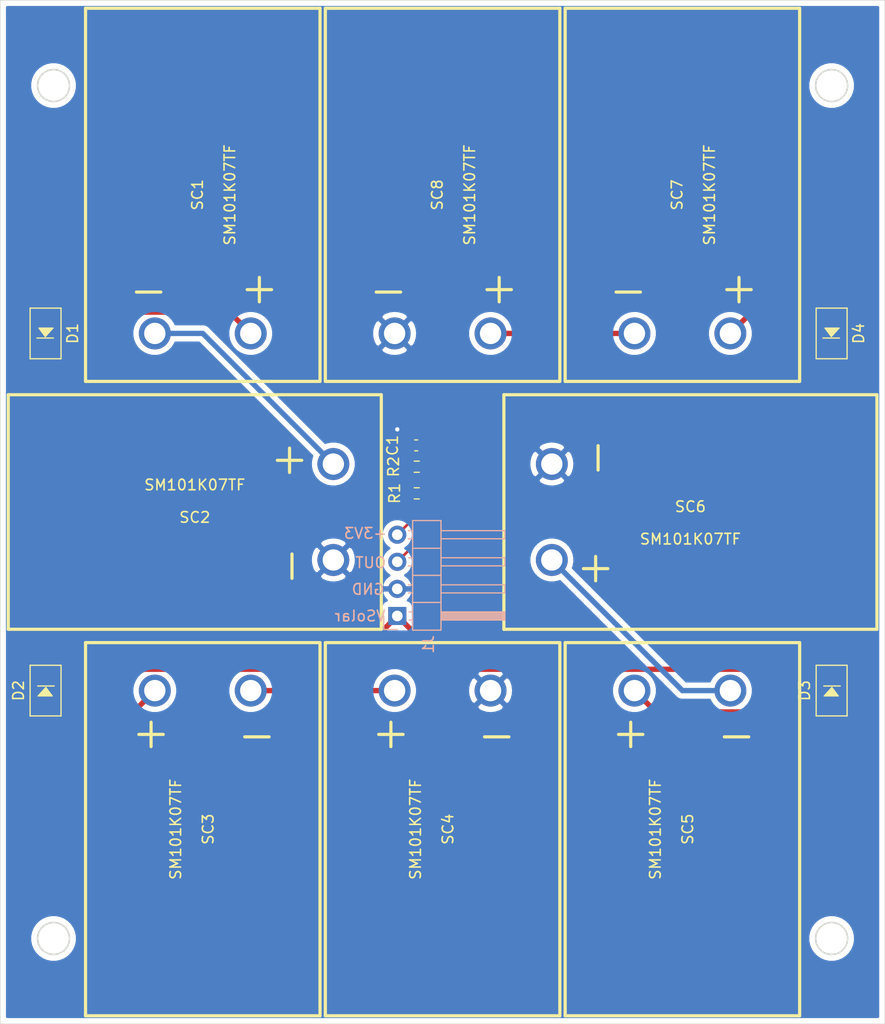
<source format=kicad_pcb>
(kicad_pcb (version 20171130) (host pcbnew "(5.1.10)-1")

  (general
    (thickness 1.6)
    (drawings 37)
    (tracks 29)
    (zones 0)
    (modules 16)
    (nets 13)
  )

  (page A4)
  (title_block
    (title "Solar Configuration for +X; V1 Stucture")
    (date 2022-03-30)
    (rev 1.0)
  )

  (layers
    (0 F.Cu signal)
    (31 B.Cu signal)
    (32 B.Adhes user)
    (33 F.Adhes user)
    (34 B.Paste user)
    (35 F.Paste user)
    (36 B.SilkS user)
    (37 F.SilkS user)
    (38 B.Mask user)
    (39 F.Mask user)
    (40 Dwgs.User user hide)
    (41 Cmts.User user)
    (42 Eco1.User user)
    (43 Eco2.User user)
    (44 Edge.Cuts user)
    (45 Margin user)
    (46 B.CrtYd user)
    (47 F.CrtYd user)
    (48 B.Fab user)
    (49 F.Fab user)
  )

  (setup
    (last_trace_width 0.25)
    (user_trace_width 0.5)
    (trace_clearance 0.2)
    (zone_clearance 0.508)
    (zone_45_only no)
    (trace_min 0.2)
    (via_size 0.8)
    (via_drill 0.4)
    (via_min_size 0.4)
    (via_min_drill 0.3)
    (uvia_size 0.3)
    (uvia_drill 0.1)
    (uvias_allowed no)
    (uvia_min_size 0.2)
    (uvia_min_drill 0.1)
    (edge_width 0.05)
    (segment_width 0.2)
    (pcb_text_width 0.3)
    (pcb_text_size 1.5 1.5)
    (mod_edge_width 0.12)
    (mod_text_size 1 1)
    (mod_text_width 0.15)
    (pad_size 1.7 1.7)
    (pad_drill 1)
    (pad_to_mask_clearance 0)
    (aux_axis_origin 0 0)
    (visible_elements 7FFFFFFF)
    (pcbplotparams
      (layerselection 0x010fc_ffffffff)
      (usegerberextensions false)
      (usegerberattributes true)
      (usegerberadvancedattributes true)
      (creategerberjobfile true)
      (excludeedgelayer true)
      (linewidth 0.100000)
      (plotframeref false)
      (viasonmask false)
      (mode 1)
      (useauxorigin false)
      (hpglpennumber 1)
      (hpglpenspeed 20)
      (hpglpendiameter 15.000000)
      (psnegative false)
      (psa4output false)
      (plotreference true)
      (plotvalue true)
      (plotinvisibletext false)
      (padsonsilk false)
      (subtractmaskfromsilk false)
      (outputformat 1)
      (mirror false)
      (drillshape 1)
      (scaleselection 1)
      (outputdirectory ""))
  )

  (net 0 "")
  (net 1 GND)
  (net 2 +3V3)
  (net 3 VSOLAR)
  (net 4 OUT)
  (net 5 "Net-(SC1-Pad2)")
  (net 6 "Net-(SC3-Pad2)")
  (net 7 "Net-(SC5-Pad2)")
  (net 8 "Net-(SC7-Pad2)")
  (net 9 "Net-(D1-Pad2)")
  (net 10 "Net-(D2-Pad2)")
  (net 11 "Net-(D3-Pad2)")
  (net 12 "Net-(D4-Pad2)")

  (net_class Default "This is the default net class."
    (clearance 0.2)
    (trace_width 0.25)
    (via_dia 0.8)
    (via_drill 0.4)
    (uvia_dia 0.3)
    (uvia_drill 0.1)
    (add_net +3V3)
    (add_net GND)
    (add_net "Net-(D1-Pad2)")
    (add_net "Net-(D2-Pad2)")
    (add_net "Net-(D3-Pad2)")
    (add_net "Net-(D4-Pad2)")
    (add_net "Net-(SC1-Pad2)")
    (add_net "Net-(SC3-Pad2)")
    (add_net "Net-(SC5-Pad2)")
    (add_net "Net-(SC7-Pad2)")
    (add_net OUT)
    (add_net VSOLAR)
  )

  (module SolarPanelBoards:SM101K07TF (layer F.Cu) (tedit 614D4B0F) (tstamp 6204A931)
    (at 131.5 69.25 270)
    (path /62087697)
    (fp_text reference SC8 (at 0 0.5 90) (layer F.SilkS)
      (effects (font (size 1 1) (thickness 0.15)))
    )
    (fp_text value SM101K07TF (at 0 -2.54 90) (layer F.SilkS)
      (effects (font (size 1 1) (thickness 0.15)))
    )
    (fp_text user - (at 8.89 5.08) (layer F.SilkS)
      (effects (font (size 3 3) (thickness 0.3)))
    )
    (fp_text user + (at 8.89 -5.08 90) (layer F.SilkS)
      (effects (font (size 3 3) (thickness 0.3)))
    )
    (fp_line (start -17.5 11) (end -17.5 -11) (layer F.SilkS) (width 0.3))
    (fp_line (start 17.5 11) (end -17.5 11) (layer F.SilkS) (width 0.3))
    (fp_line (start 17.5 -11) (end 17.5 11) (layer F.SilkS) (width 0.3))
    (fp_line (start -17.5 -11) (end 17.5 -11) (layer F.SilkS) (width 0.3))
    (pad 2 thru_hole circle (at 13 4.5 270) (size 3 3) (drill 2) (layers *.Cu *.Mask)
      (net 1 GND))
    (pad 1 thru_hole circle (at 13 -4.5 270) (size 3 3) (drill 2) (layers *.Cu *.Mask)
      (net 8 "Net-(SC7-Pad2)"))
    (model "C:/Users/grant/Downloads/SM101K07TF v3.step"
      (offset (xyz 17.5 -11 0))
      (scale (xyz 1 1 1))
      (rotate (xyz 0 0 -90))
    )
  )

  (module SolarPanelBoards:SM101K07TF (layer F.Cu) (tedit 614D4B0F) (tstamp 6244E1A5)
    (at 154 69.25 270)
    (path /6208768B)
    (fp_text reference SC7 (at 0 0.5 90) (layer F.SilkS)
      (effects (font (size 1 1) (thickness 0.15)))
    )
    (fp_text value SM101K07TF (at 0 -2.54 90) (layer F.SilkS)
      (effects (font (size 1 1) (thickness 0.15)))
    )
    (fp_text user - (at 8.89 5.08) (layer F.SilkS)
      (effects (font (size 3 3) (thickness 0.3)))
    )
    (fp_text user + (at 8.89 -5.08 90) (layer F.SilkS)
      (effects (font (size 3 3) (thickness 0.3)))
    )
    (fp_line (start -17.5 11) (end -17.5 -11) (layer F.SilkS) (width 0.3))
    (fp_line (start 17.5 11) (end -17.5 11) (layer F.SilkS) (width 0.3))
    (fp_line (start 17.5 -11) (end 17.5 11) (layer F.SilkS) (width 0.3))
    (fp_line (start -17.5 -11) (end 17.5 -11) (layer F.SilkS) (width 0.3))
    (pad 2 thru_hole circle (at 13 4.5 270) (size 3 3) (drill 2) (layers *.Cu *.Mask)
      (net 8 "Net-(SC7-Pad2)"))
    (pad 1 thru_hole circle (at 13 -4.5 270) (size 3 3) (drill 2) (layers *.Cu *.Mask)
      (net 12 "Net-(D4-Pad2)"))
    (model "C:/Users/grant/Downloads/SM101K07TF v3.step"
      (offset (xyz 17.5 -11 0))
      (scale (xyz 1 1 1))
      (rotate (xyz 0 0 -90))
    )
  )

  (module SolarPanelBoards:SM101K07TF (layer F.Cu) (tedit 614D4B0F) (tstamp 61285292)
    (at 154.75 99 180)
    (path /61455D69)
    (fp_text reference SC6 (at 0 0.5) (layer F.SilkS)
      (effects (font (size 1 1) (thickness 0.15)))
    )
    (fp_text value SM101K07TF (at 0 -2.54) (layer F.SilkS)
      (effects (font (size 1 1) (thickness 0.15)))
    )
    (fp_text user - (at 8.89 5.08 90) (layer F.SilkS)
      (effects (font (size 3 3) (thickness 0.3)))
    )
    (fp_text user + (at 8.89 -5.08) (layer F.SilkS)
      (effects (font (size 3 3) (thickness 0.3)))
    )
    (fp_line (start -17.5 11) (end -17.5 -11) (layer F.SilkS) (width 0.3))
    (fp_line (start 17.5 11) (end -17.5 11) (layer F.SilkS) (width 0.3))
    (fp_line (start 17.5 -11) (end 17.5 11) (layer F.SilkS) (width 0.3))
    (fp_line (start -17.5 -11) (end 17.5 -11) (layer F.SilkS) (width 0.3))
    (pad 2 thru_hole circle (at 13 4.5 180) (size 3 3) (drill 2) (layers *.Cu *.Mask)
      (net 1 GND))
    (pad 1 thru_hole circle (at 13 -4.5 180) (size 3 3) (drill 2) (layers *.Cu *.Mask)
      (net 7 "Net-(SC5-Pad2)"))
    (model "C:/Users/grant/Downloads/SM101K07TF v3.step"
      (offset (xyz 17.5 -11 0))
      (scale (xyz 1 1 1))
      (rotate (xyz 0 0 -90))
    )
  )

  (module SolarPanelBoards:SM101K07TF (layer F.Cu) (tedit 614D4B0F) (tstamp 61285286)
    (at 154 128.75 90)
    (path /61455D67)
    (fp_text reference SC5 (at 0 0.5 90) (layer F.SilkS)
      (effects (font (size 1 1) (thickness 0.15)))
    )
    (fp_text value SM101K07TF (at 0 -2.54 90) (layer F.SilkS)
      (effects (font (size 1 1) (thickness 0.15)))
    )
    (fp_text user - (at 8.89 5.08) (layer F.SilkS)
      (effects (font (size 3 3) (thickness 0.3)))
    )
    (fp_text user + (at 8.89 -5.08 90) (layer F.SilkS)
      (effects (font (size 3 3) (thickness 0.3)))
    )
    (fp_line (start -17.5 11) (end -17.5 -11) (layer F.SilkS) (width 0.3))
    (fp_line (start 17.5 11) (end -17.5 11) (layer F.SilkS) (width 0.3))
    (fp_line (start 17.5 -11) (end 17.5 11) (layer F.SilkS) (width 0.3))
    (fp_line (start -17.5 -11) (end 17.5 -11) (layer F.SilkS) (width 0.3))
    (pad 2 thru_hole circle (at 13 4.5 90) (size 3 3) (drill 2) (layers *.Cu *.Mask)
      (net 7 "Net-(SC5-Pad2)"))
    (pad 1 thru_hole circle (at 13 -4.5 90) (size 3 3) (drill 2) (layers *.Cu *.Mask)
      (net 11 "Net-(D3-Pad2)"))
    (model "C:/Users/grant/Downloads/SM101K07TF v3.step"
      (offset (xyz 17.5 -11 0))
      (scale (xyz 1 1 1))
      (rotate (xyz 0 0 -90))
    )
  )

  (module SolarPanelBoards:SM101K07TF (layer F.Cu) (tedit 614D4B0F) (tstamp 6128527A)
    (at 131.5 128.75 90)
    (path /61285A7B)
    (fp_text reference SC4 (at 0 0.5 90) (layer F.SilkS)
      (effects (font (size 1 1) (thickness 0.15)))
    )
    (fp_text value SM101K07TF (at 0 -2.54 90) (layer F.SilkS)
      (effects (font (size 1 1) (thickness 0.15)))
    )
    (fp_text user - (at 8.89 5.08) (layer F.SilkS)
      (effects (font (size 3 3) (thickness 0.3)))
    )
    (fp_text user + (at 8.89 -5.08 90) (layer F.SilkS)
      (effects (font (size 3 3) (thickness 0.3)))
    )
    (fp_line (start -17.5 11) (end -17.5 -11) (layer F.SilkS) (width 0.3))
    (fp_line (start 17.5 11) (end -17.5 11) (layer F.SilkS) (width 0.3))
    (fp_line (start 17.5 -11) (end 17.5 11) (layer F.SilkS) (width 0.3))
    (fp_line (start -17.5 -11) (end 17.5 -11) (layer F.SilkS) (width 0.3))
    (pad 2 thru_hole circle (at 13 4.5 90) (size 3 3) (drill 2) (layers *.Cu *.Mask)
      (net 1 GND))
    (pad 1 thru_hole circle (at 13 -4.5 90) (size 3 3) (drill 2) (layers *.Cu *.Mask)
      (net 6 "Net-(SC3-Pad2)"))
    (model "C:/Users/grant/Downloads/SM101K07TF v3.step"
      (offset (xyz 17.5 -11 0))
      (scale (xyz 1 1 1))
      (rotate (xyz 0 0 -90))
    )
  )

  (module SolarPanelBoards:SM101K07TF (layer F.Cu) (tedit 614D4B0F) (tstamp 6128526E)
    (at 109 128.75 90)
    (path /6128524D)
    (fp_text reference SC3 (at 0 0.5 90) (layer F.SilkS)
      (effects (font (size 1 1) (thickness 0.15)))
    )
    (fp_text value SM101K07TF (at 0 -2.54 90) (layer F.SilkS)
      (effects (font (size 1 1) (thickness 0.15)))
    )
    (fp_text user - (at 8.89 5.08) (layer F.SilkS)
      (effects (font (size 3 3) (thickness 0.3)))
    )
    (fp_text user + (at 8.89 -5.08 90) (layer F.SilkS)
      (effects (font (size 3 3) (thickness 0.3)))
    )
    (fp_line (start -17.5 11) (end -17.5 -11) (layer F.SilkS) (width 0.3))
    (fp_line (start 17.5 11) (end -17.5 11) (layer F.SilkS) (width 0.3))
    (fp_line (start 17.5 -11) (end 17.5 11) (layer F.SilkS) (width 0.3))
    (fp_line (start -17.5 -11) (end 17.5 -11) (layer F.SilkS) (width 0.3))
    (pad 2 thru_hole circle (at 13 4.5 90) (size 3 3) (drill 2) (layers *.Cu *.Mask)
      (net 6 "Net-(SC3-Pad2)"))
    (pad 1 thru_hole circle (at 13 -4.5 90) (size 3 3) (drill 2) (layers *.Cu *.Mask)
      (net 10 "Net-(D2-Pad2)"))
    (model "C:/Users/grant/Downloads/SM101K07TF v3.step"
      (offset (xyz 17.5 -11 0))
      (scale (xyz 1 1 1))
      (rotate (xyz 0 0 -90))
    )
  )

  (module SolarPanelBoards:SM101K07TF (layer F.Cu) (tedit 614D4B0F) (tstamp 61285262)
    (at 108.25 99)
    (path /612849A3)
    (fp_text reference SC2 (at 0 0.5) (layer F.SilkS)
      (effects (font (size 1 1) (thickness 0.15)))
    )
    (fp_text value SM101K07TF (at 0 -2.54) (layer F.SilkS)
      (effects (font (size 1 1) (thickness 0.15)))
    )
    (fp_text user - (at 8.89 5.08 90) (layer F.SilkS)
      (effects (font (size 3 3) (thickness 0.3)))
    )
    (fp_text user + (at 8.89 -5.08) (layer F.SilkS)
      (effects (font (size 3 3) (thickness 0.3)))
    )
    (fp_line (start -17.5 11) (end -17.5 -11) (layer F.SilkS) (width 0.3))
    (fp_line (start 17.5 11) (end -17.5 11) (layer F.SilkS) (width 0.3))
    (fp_line (start 17.5 -11) (end 17.5 11) (layer F.SilkS) (width 0.3))
    (fp_line (start -17.5 -11) (end 17.5 -11) (layer F.SilkS) (width 0.3))
    (pad 2 thru_hole circle (at 13 4.5) (size 3 3) (drill 2) (layers *.Cu *.Mask)
      (net 1 GND))
    (pad 1 thru_hole circle (at 13 -4.5) (size 3 3) (drill 2) (layers *.Cu *.Mask)
      (net 5 "Net-(SC1-Pad2)"))
    (model "C:/Users/grant/Downloads/SM101K07TF v3.step"
      (offset (xyz 17.5 -11 0))
      (scale (xyz 1 1 1))
      (rotate (xyz 0 0 -90))
    )
  )

  (module SolarPanelBoards:SM101K07TF (layer F.Cu) (tedit 614D4B0F) (tstamp 61285256)
    (at 109 69.25 270)
    (path /6143BD42)
    (fp_text reference SC1 (at 0 0.5 90) (layer F.SilkS)
      (effects (font (size 1 1) (thickness 0.15)))
    )
    (fp_text value SM101K07TF (at 0 -2.54 90) (layer F.SilkS)
      (effects (font (size 1 1) (thickness 0.15)))
    )
    (fp_text user - (at 8.89 5.08) (layer F.SilkS)
      (effects (font (size 3 3) (thickness 0.3)))
    )
    (fp_text user + (at 8.89 -5.08 90) (layer F.SilkS)
      (effects (font (size 3 3) (thickness 0.3)))
    )
    (fp_line (start -17.5 11) (end -17.5 -11) (layer F.SilkS) (width 0.3))
    (fp_line (start 17.5 11) (end -17.5 11) (layer F.SilkS) (width 0.3))
    (fp_line (start 17.5 -11) (end 17.5 11) (layer F.SilkS) (width 0.3))
    (fp_line (start -17.5 -11) (end 17.5 -11) (layer F.SilkS) (width 0.3))
    (pad 2 thru_hole circle (at 13 4.5 270) (size 3 3) (drill 2) (layers *.Cu *.Mask)
      (net 5 "Net-(SC1-Pad2)"))
    (pad 1 thru_hole circle (at 13 -4.5 270) (size 3 3) (drill 2) (layers *.Cu *.Mask)
      (net 9 "Net-(D1-Pad2)"))
    (model "C:/Users/grant/Downloads/SM101K07TF v3.step"
      (offset (xyz 17.5 -11 0))
      (scale (xyz 1 1 1))
      (rotate (xyz 0 0 -90))
    )
  )

  (module SolarPanelBoards:DO-214AC (layer F.Cu) (tedit 6131B737) (tstamp 6128521E)
    (at 168 82.25 90)
    (descr "Diode Footprint for CDBA240LL-HF")
    (path /61285A75)
    (attr smd)
    (fp_text reference D4 (at 0 2.54 90) (layer F.SilkS)
      (effects (font (size 1 1) (thickness 0.15)))
    )
    (fp_text value CDBA240LL-HF (at 0 -2.54 90) (layer F.Fab)
      (effects (font (size 1 1) (thickness 0.15)))
    )
    (fp_line (start -2.375 1.45) (end 2.375 1.45) (layer F.SilkS) (width 0.12))
    (fp_line (start 2.375 1.45) (end 2.375 -1.45) (layer F.SilkS) (width 0.12))
    (fp_line (start -2.375 1.45) (end -2.375 -1.45) (layer F.SilkS) (width 0.12))
    (fp_line (start -2.375 -1.45) (end 2.375 -1.45) (layer F.SilkS) (width 0.12))
    (fp_poly (pts (xy 0.508 0.7112) (xy -0.3048 -0.0254) (xy 0.508 -0.635)) (layer F.SilkS) (width 0.1))
    (fp_line (start -0.4318 -0.8128) (end -0.4318 0.7366) (layer F.SilkS) (width 0.12))
    (pad 2 smd rect (at 2 0 90) (size 2.5 1.7) (layers F.Cu F.Paste F.Mask)
      (net 12 "Net-(D4-Pad2)"))
    (pad 1 smd rect (at -2 0 90) (size 2.5 1.7) (layers F.Cu F.Paste F.Mask)
      (net 3 VSOLAR))
    (model "C:/Users/grant/Downloads/sma-do-214ac-1.snapshot.1/SMA (DO-214AC).STEP"
      (at (xyz 0 0 0))
      (scale (xyz 1 1 1))
      (rotate (xyz -90 0 0))
    )
  )

  (module SolarPanelBoards:DO-214AC (layer F.Cu) (tedit 6131B737) (tstamp 61285212)
    (at 168 115.75 270)
    (descr "Diode Footprint for CDBA240LL-HF")
    (path /61285247)
    (attr smd)
    (fp_text reference D3 (at 0 2.54 90) (layer F.SilkS)
      (effects (font (size 1 1) (thickness 0.15)))
    )
    (fp_text value CDBA240LL-HF (at 0 -2.54 90) (layer F.Fab)
      (effects (font (size 1 1) (thickness 0.15)))
    )
    (fp_line (start -2.375 1.45) (end 2.375 1.45) (layer F.SilkS) (width 0.12))
    (fp_line (start 2.375 1.45) (end 2.375 -1.45) (layer F.SilkS) (width 0.12))
    (fp_line (start -2.375 1.45) (end -2.375 -1.45) (layer F.SilkS) (width 0.12))
    (fp_line (start -2.375 -1.45) (end 2.375 -1.45) (layer F.SilkS) (width 0.12))
    (fp_poly (pts (xy 0.508 0.7112) (xy -0.3048 -0.0254) (xy 0.508 -0.635)) (layer F.SilkS) (width 0.1))
    (fp_line (start -0.4318 -0.8128) (end -0.4318 0.7366) (layer F.SilkS) (width 0.12))
    (pad 2 smd rect (at 2 0 270) (size 2.5 1.7) (layers F.Cu F.Paste F.Mask)
      (net 11 "Net-(D3-Pad2)"))
    (pad 1 smd rect (at -2 0 270) (size 2.5 1.7) (layers F.Cu F.Paste F.Mask)
      (net 3 VSOLAR))
    (model "C:/Users/grant/Downloads/sma-do-214ac-1.snapshot.1/SMA (DO-214AC).STEP"
      (at (xyz 0 0 0))
      (scale (xyz 1 1 1))
      (rotate (xyz -90 0 0))
    )
  )

  (module SolarPanelBoards:DO-214AC (layer F.Cu) (tedit 6131B737) (tstamp 6128522A)
    (at 94.25 115.75 270)
    (descr "Diode Footprint for CDBA240LL-HF")
    (path /61455D66)
    (attr smd)
    (fp_text reference D2 (at 0 2.54 90) (layer F.SilkS)
      (effects (font (size 1 1) (thickness 0.15)))
    )
    (fp_text value CDBA240LL-HF (at 0 -2.54 90) (layer F.Fab)
      (effects (font (size 1 1) (thickness 0.15)))
    )
    (fp_line (start -2.375 1.45) (end 2.375 1.45) (layer F.SilkS) (width 0.12))
    (fp_line (start 2.375 1.45) (end 2.375 -1.45) (layer F.SilkS) (width 0.12))
    (fp_line (start -2.375 1.45) (end -2.375 -1.45) (layer F.SilkS) (width 0.12))
    (fp_line (start -2.375 -1.45) (end 2.375 -1.45) (layer F.SilkS) (width 0.12))
    (fp_poly (pts (xy 0.508 0.7112) (xy -0.3048 -0.0254) (xy 0.508 -0.635)) (layer F.SilkS) (width 0.1))
    (fp_line (start -0.4318 -0.8128) (end -0.4318 0.7366) (layer F.SilkS) (width 0.12))
    (pad 2 smd rect (at 2 0 270) (size 2.5 1.7) (layers F.Cu F.Paste F.Mask)
      (net 10 "Net-(D2-Pad2)"))
    (pad 1 smd rect (at -2 0 270) (size 2.5 1.7) (layers F.Cu F.Paste F.Mask)
      (net 3 VSOLAR))
    (model "C:/Users/grant/Downloads/sma-do-214ac-1.snapshot.1/SMA (DO-214AC).STEP"
      (at (xyz 0 0 0))
      (scale (xyz 1 1 1))
      (rotate (xyz -90 0 0))
    )
  )

  (module SolarPanelBoards:DO-214AC (layer F.Cu) (tedit 6131B737) (tstamp 612851FA)
    (at 94.25 82.25 90)
    (descr "Diode Footprint for CDBA240LL-HF")
    (path /61067859)
    (attr smd)
    (fp_text reference D1 (at 0 2.54 90) (layer F.SilkS)
      (effects (font (size 1 1) (thickness 0.15)))
    )
    (fp_text value CDBA240LL-HF (at 0 -2.54 90) (layer F.Fab)
      (effects (font (size 1 1) (thickness 0.15)))
    )
    (fp_line (start -2.375 1.45) (end 2.375 1.45) (layer F.SilkS) (width 0.12))
    (fp_line (start 2.375 1.45) (end 2.375 -1.45) (layer F.SilkS) (width 0.12))
    (fp_line (start -2.375 1.45) (end -2.375 -1.45) (layer F.SilkS) (width 0.12))
    (fp_line (start -2.375 -1.45) (end 2.375 -1.45) (layer F.SilkS) (width 0.12))
    (fp_poly (pts (xy 0.508 0.7112) (xy -0.3048 -0.0254) (xy 0.508 -0.635)) (layer F.SilkS) (width 0.1))
    (fp_line (start -0.4318 -0.8128) (end -0.4318 0.7366) (layer F.SilkS) (width 0.12))
    (pad 2 smd rect (at 2 0 90) (size 2.5 1.7) (layers F.Cu F.Paste F.Mask)
      (net 9 "Net-(D1-Pad2)"))
    (pad 1 smd rect (at -2 0 90) (size 2.5 1.7) (layers F.Cu F.Paste F.Mask)
      (net 3 VSOLAR))
    (model "C:/Users/grant/Downloads/sma-do-214ac-1.snapshot.1/SMA (DO-214AC).STEP"
      (at (xyz 0 0 0))
      (scale (xyz 1 1 1))
      (rotate (xyz -90 0 0))
    )
  )

  (module Resistor_SMD:R_0603_1608Metric (layer F.Cu) (tedit 5F68FEEE) (tstamp 624547E0)
    (at 129.075 94.75 180)
    (descr "Resistor SMD 0603 (1608 Metric), square (rectangular) end terminal, IPC_7351 nominal, (Body size source: IPC-SM-782 page 72, https://www.pcb-3d.com/wordpress/wp-content/uploads/ipc-sm-782a_amendment_1_and_2.pdf), generated with kicad-footprint-generator")
    (tags resistor)
    (path /61FF6451)
    (attr smd)
    (fp_text reference R2 (at 2.175 0 270) (layer F.SilkS)
      (effects (font (size 1 1) (thickness 0.15)))
    )
    (fp_text value R (at 0 1.43) (layer F.Fab)
      (effects (font (size 1 1) (thickness 0.15)))
    )
    (fp_line (start -0.8 0.4125) (end -0.8 -0.4125) (layer F.Fab) (width 0.1))
    (fp_line (start -0.8 -0.4125) (end 0.8 -0.4125) (layer F.Fab) (width 0.1))
    (fp_line (start 0.8 -0.4125) (end 0.8 0.4125) (layer F.Fab) (width 0.1))
    (fp_line (start 0.8 0.4125) (end -0.8 0.4125) (layer F.Fab) (width 0.1))
    (fp_line (start -0.237258 -0.5225) (end 0.237258 -0.5225) (layer F.SilkS) (width 0.12))
    (fp_line (start -0.237258 0.5225) (end 0.237258 0.5225) (layer F.SilkS) (width 0.12))
    (fp_line (start -1.48 0.73) (end -1.48 -0.73) (layer F.CrtYd) (width 0.05))
    (fp_line (start -1.48 -0.73) (end 1.48 -0.73) (layer F.CrtYd) (width 0.05))
    (fp_line (start 1.48 -0.73) (end 1.48 0.73) (layer F.CrtYd) (width 0.05))
    (fp_line (start 1.48 0.73) (end -1.48 0.73) (layer F.CrtYd) (width 0.05))
    (fp_text user %R (at 0 0) (layer F.Fab)
      (effects (font (size 0.4 0.4) (thickness 0.06)))
    )
    (pad 2 smd roundrect (at 0.825 0 180) (size 0.8 0.95) (layers F.Cu F.Paste F.Mask) (roundrect_rratio 0.25)
      (net 1 GND))
    (pad 1 smd roundrect (at -0.825 0 180) (size 0.8 0.95) (layers F.Cu F.Paste F.Mask) (roundrect_rratio 0.25)
      (net 4 OUT))
    (model ${KISYS3DMOD}/Resistor_SMD.3dshapes/R_0603_1608Metric.wrl
      (at (xyz 0 0 0))
      (scale (xyz 1 1 1))
      (rotate (xyz 0 0 0))
    )
  )

  (module Resistor_SMD:R_0603_1608Metric (layer F.Cu) (tedit 5F68FEEE) (tstamp 624547B0)
    (at 129.075 97.25)
    (descr "Resistor SMD 0603 (1608 Metric), square (rectangular) end terminal, IPC_7351 nominal, (Body size source: IPC-SM-782 page 72, https://www.pcb-3d.com/wordpress/wp-content/uploads/ipc-sm-782a_amendment_1_and_2.pdf), generated with kicad-footprint-generator")
    (tags resistor)
    (path /61FF37C8)
    (attr smd)
    (fp_text reference R1 (at -2.075 0 90) (layer F.SilkS)
      (effects (font (size 1 1) (thickness 0.15)))
    )
    (fp_text value ALS-PT19 (at 0 1.43) (layer F.Fab)
      (effects (font (size 1 1) (thickness 0.15)))
    )
    (fp_line (start -0.8 0.4125) (end -0.8 -0.4125) (layer F.Fab) (width 0.1))
    (fp_line (start -0.8 -0.4125) (end 0.8 -0.4125) (layer F.Fab) (width 0.1))
    (fp_line (start 0.8 -0.4125) (end 0.8 0.4125) (layer F.Fab) (width 0.1))
    (fp_line (start 0.8 0.4125) (end -0.8 0.4125) (layer F.Fab) (width 0.1))
    (fp_line (start -0.237258 -0.5225) (end 0.237258 -0.5225) (layer F.SilkS) (width 0.12))
    (fp_line (start -0.237258 0.5225) (end 0.237258 0.5225) (layer F.SilkS) (width 0.12))
    (fp_line (start -1.48 0.73) (end -1.48 -0.73) (layer F.CrtYd) (width 0.05))
    (fp_line (start -1.48 -0.73) (end 1.48 -0.73) (layer F.CrtYd) (width 0.05))
    (fp_line (start 1.48 -0.73) (end 1.48 0.73) (layer F.CrtYd) (width 0.05))
    (fp_line (start 1.48 0.73) (end -1.48 0.73) (layer F.CrtYd) (width 0.05))
    (fp_text user %R (at 0 0) (layer F.Fab)
      (effects (font (size 0.4 0.4) (thickness 0.06)))
    )
    (pad 2 smd roundrect (at 0.825 0) (size 0.8 0.95) (layers F.Cu F.Paste F.Mask) (roundrect_rratio 0.25)
      (net 4 OUT))
    (pad 1 smd roundrect (at -0.825 0) (size 0.8 0.95) (layers F.Cu F.Paste F.Mask) (roundrect_rratio 0.25)
      (net 2 +3V3))
    (model ${KISYS3DMOD}/Resistor_SMD.3dshapes/R_0603_1608Metric.wrl
      (at (xyz 0 0 0))
      (scale (xyz 1 1 1))
      (rotate (xyz 0 0 0))
    )
  )

  (module Capacitor_SMD:C_0603_1608Metric (layer F.Cu) (tedit 5F68FEEE) (tstamp 62454810)
    (at 129.025 92.75 180)
    (descr "Capacitor SMD 0603 (1608 Metric), square (rectangular) end terminal, IPC_7351 nominal, (Body size source: IPC-SM-782 page 76, https://www.pcb-3d.com/wordpress/wp-content/uploads/ipc-sm-782a_amendment_1_and_2.pdf), generated with kicad-footprint-generator")
    (tags capacitor)
    (path /61FF8764)
    (attr smd)
    (fp_text reference C1 (at 2.225 0 270) (layer F.SilkS)
      (effects (font (size 1 1) (thickness 0.15)))
    )
    (fp_text value C (at 0 1.43) (layer F.Fab)
      (effects (font (size 1 1) (thickness 0.15)))
    )
    (fp_line (start -0.8 0.4) (end -0.8 -0.4) (layer F.Fab) (width 0.1))
    (fp_line (start -0.8 -0.4) (end 0.8 -0.4) (layer F.Fab) (width 0.1))
    (fp_line (start 0.8 -0.4) (end 0.8 0.4) (layer F.Fab) (width 0.1))
    (fp_line (start 0.8 0.4) (end -0.8 0.4) (layer F.Fab) (width 0.1))
    (fp_line (start -0.14058 -0.51) (end 0.14058 -0.51) (layer F.SilkS) (width 0.12))
    (fp_line (start -0.14058 0.51) (end 0.14058 0.51) (layer F.SilkS) (width 0.12))
    (fp_line (start -1.48 0.73) (end -1.48 -0.73) (layer F.CrtYd) (width 0.05))
    (fp_line (start -1.48 -0.73) (end 1.48 -0.73) (layer F.CrtYd) (width 0.05))
    (fp_line (start 1.48 -0.73) (end 1.48 0.73) (layer F.CrtYd) (width 0.05))
    (fp_line (start 1.48 0.73) (end -1.48 0.73) (layer F.CrtYd) (width 0.05))
    (fp_text user %R (at 0 0) (layer F.Fab)
      (effects (font (size 0.4 0.4) (thickness 0.06)))
    )
    (pad 2 smd roundrect (at 0.775 0 180) (size 0.9 0.95) (layers F.Cu F.Paste F.Mask) (roundrect_rratio 0.25)
      (net 1 GND))
    (pad 1 smd roundrect (at -0.775 0 180) (size 0.9 0.95) (layers F.Cu F.Paste F.Mask) (roundrect_rratio 0.25)
      (net 4 OUT))
    (model ${KISYS3DMOD}/Capacitor_SMD.3dshapes/C_0603_1608Metric.wrl
      (at (xyz 0 0 0))
      (scale (xyz 1 1 1))
      (rotate (xyz 0 0 0))
    )
  )

  (module Connector_PinHeader_2.54mm:PinHeader_1x04_P2.54mm_Horizontal (layer B.Cu) (tedit 59FED5CB) (tstamp 6245487C)
    (at 127.25 108.75)
    (descr "Through hole angled pin header, 1x04, 2.54mm pitch, 6mm pin length, single row")
    (tags "Through hole angled pin header THT 1x04 2.54mm single row")
    (path /61F4A1BA)
    (fp_text reference J1 (at 2.921 2.667 270) (layer B.SilkS)
      (effects (font (size 1 1) (thickness 0.15)) (justify mirror))
    )
    (fp_text value Conn_01x04 (at 4.385 -9.89 180) (layer B.Fab)
      (effects (font (size 1 1) (thickness 0.15)) (justify mirror))
    )
    (fp_line (start 10.55 1.8) (end -1.8 1.8) (layer B.CrtYd) (width 0.05))
    (fp_line (start 10.55 -9.4) (end 10.55 1.8) (layer B.CrtYd) (width 0.05))
    (fp_line (start -1.8 -9.4) (end 10.55 -9.4) (layer B.CrtYd) (width 0.05))
    (fp_line (start -1.8 1.8) (end -1.8 -9.4) (layer B.CrtYd) (width 0.05))
    (fp_line (start -1.27 1.27) (end 0 1.27) (layer B.SilkS) (width 0.12))
    (fp_line (start -1.27 0) (end -1.27 1.27) (layer B.SilkS) (width 0.12))
    (fp_line (start 1.042929 -8) (end 1.44 -8) (layer B.SilkS) (width 0.12))
    (fp_line (start 1.042929 -7.24) (end 1.44 -7.24) (layer B.SilkS) (width 0.12))
    (fp_line (start 10.1 -8) (end 4.1 -8) (layer B.SilkS) (width 0.12))
    (fp_line (start 10.1 -7.24) (end 10.1 -8) (layer B.SilkS) (width 0.12))
    (fp_line (start 4.1 -7.24) (end 10.1 -7.24) (layer B.SilkS) (width 0.12))
    (fp_line (start 1.44 -6.35) (end 4.1 -6.35) (layer B.SilkS) (width 0.12))
    (fp_line (start 1.042929 -5.46) (end 1.44 -5.46) (layer B.SilkS) (width 0.12))
    (fp_line (start 1.042929 -4.7) (end 1.44 -4.7) (layer B.SilkS) (width 0.12))
    (fp_line (start 10.1 -5.46) (end 4.1 -5.46) (layer B.SilkS) (width 0.12))
    (fp_line (start 10.1 -4.7) (end 10.1 -5.46) (layer B.SilkS) (width 0.12))
    (fp_line (start 4.1 -4.7) (end 10.1 -4.7) (layer B.SilkS) (width 0.12))
    (fp_line (start 1.44 -3.81) (end 4.1 -3.81) (layer B.SilkS) (width 0.12))
    (fp_line (start 1.042929 -2.92) (end 1.44 -2.92) (layer B.SilkS) (width 0.12))
    (fp_line (start 1.042929 -2.16) (end 1.44 -2.16) (layer B.SilkS) (width 0.12))
    (fp_line (start 10.1 -2.92) (end 4.1 -2.92) (layer B.SilkS) (width 0.12))
    (fp_line (start 10.1 -2.16) (end 10.1 -2.92) (layer B.SilkS) (width 0.12))
    (fp_line (start 4.1 -2.16) (end 10.1 -2.16) (layer B.SilkS) (width 0.12))
    (fp_line (start 1.44 -1.27) (end 4.1 -1.27) (layer B.SilkS) (width 0.12))
    (fp_line (start 1.11 -0.38) (end 1.44 -0.38) (layer B.SilkS) (width 0.12))
    (fp_line (start 1.11 0.38) (end 1.44 0.38) (layer B.SilkS) (width 0.12))
    (fp_line (start 4.1 -0.28) (end 10.1 -0.28) (layer B.SilkS) (width 0.12))
    (fp_line (start 4.1 -0.16) (end 10.1 -0.16) (layer B.SilkS) (width 0.12))
    (fp_line (start 4.1 -0.04) (end 10.1 -0.04) (layer B.SilkS) (width 0.12))
    (fp_line (start 4.1 0.08) (end 10.1 0.08) (layer B.SilkS) (width 0.12))
    (fp_line (start 4.1 0.2) (end 10.1 0.2) (layer B.SilkS) (width 0.12))
    (fp_line (start 4.1 0.32) (end 10.1 0.32) (layer B.SilkS) (width 0.12))
    (fp_line (start 10.1 -0.38) (end 4.1 -0.38) (layer B.SilkS) (width 0.12))
    (fp_line (start 10.1 0.38) (end 10.1 -0.38) (layer B.SilkS) (width 0.12))
    (fp_line (start 4.1 0.38) (end 10.1 0.38) (layer B.SilkS) (width 0.12))
    (fp_line (start 4.1 1.33) (end 1.44 1.33) (layer B.SilkS) (width 0.12))
    (fp_line (start 4.1 -8.95) (end 4.1 1.33) (layer B.SilkS) (width 0.12))
    (fp_line (start 1.44 -8.95) (end 4.1 -8.95) (layer B.SilkS) (width 0.12))
    (fp_line (start 1.44 1.33) (end 1.44 -8.95) (layer B.SilkS) (width 0.12))
    (fp_line (start 4.04 -7.94) (end 10.04 -7.94) (layer B.Fab) (width 0.1))
    (fp_line (start 10.04 -7.3) (end 10.04 -7.94) (layer B.Fab) (width 0.1))
    (fp_line (start 4.04 -7.3) (end 10.04 -7.3) (layer B.Fab) (width 0.1))
    (fp_line (start -0.32 -7.94) (end 1.5 -7.94) (layer B.Fab) (width 0.1))
    (fp_line (start -0.32 -7.3) (end -0.32 -7.94) (layer B.Fab) (width 0.1))
    (fp_line (start -0.32 -7.3) (end 1.5 -7.3) (layer B.Fab) (width 0.1))
    (fp_line (start 4.04 -5.4) (end 10.04 -5.4) (layer B.Fab) (width 0.1))
    (fp_line (start 10.04 -4.76) (end 10.04 -5.4) (layer B.Fab) (width 0.1))
    (fp_line (start 4.04 -4.76) (end 10.04 -4.76) (layer B.Fab) (width 0.1))
    (fp_line (start -0.32 -5.4) (end 1.5 -5.4) (layer B.Fab) (width 0.1))
    (fp_line (start -0.32 -4.76) (end -0.32 -5.4) (layer B.Fab) (width 0.1))
    (fp_line (start -0.32 -4.76) (end 1.5 -4.76) (layer B.Fab) (width 0.1))
    (fp_line (start 4.04 -2.86) (end 10.04 -2.86) (layer B.Fab) (width 0.1))
    (fp_line (start 10.04 -2.22) (end 10.04 -2.86) (layer B.Fab) (width 0.1))
    (fp_line (start 4.04 -2.22) (end 10.04 -2.22) (layer B.Fab) (width 0.1))
    (fp_line (start -0.32 -2.86) (end 1.5 -2.86) (layer B.Fab) (width 0.1))
    (fp_line (start -0.32 -2.22) (end -0.32 -2.86) (layer B.Fab) (width 0.1))
    (fp_line (start -0.32 -2.22) (end 1.5 -2.22) (layer B.Fab) (width 0.1))
    (fp_line (start 4.04 -0.32) (end 10.04 -0.32) (layer B.Fab) (width 0.1))
    (fp_line (start 10.04 0.32) (end 10.04 -0.32) (layer B.Fab) (width 0.1))
    (fp_line (start 4.04 0.32) (end 10.04 0.32) (layer B.Fab) (width 0.1))
    (fp_line (start -0.32 -0.32) (end 1.5 -0.32) (layer B.Fab) (width 0.1))
    (fp_line (start -0.32 0.32) (end -0.32 -0.32) (layer B.Fab) (width 0.1))
    (fp_line (start -0.32 0.32) (end 1.5 0.32) (layer B.Fab) (width 0.1))
    (fp_line (start 1.5 0.635) (end 2.135 1.27) (layer B.Fab) (width 0.1))
    (fp_line (start 1.5 -8.89) (end 1.5 0.635) (layer B.Fab) (width 0.1))
    (fp_line (start 4.04 -8.89) (end 1.5 -8.89) (layer B.Fab) (width 0.1))
    (fp_line (start 4.04 1.27) (end 4.04 -8.89) (layer B.Fab) (width 0.1))
    (fp_line (start 2.135 1.27) (end 4.04 1.27) (layer B.Fab) (width 0.1))
    (fp_text user %R (at 2.77 -3.81 90) (layer B.Fab)
      (effects (font (size 1 1) (thickness 0.15)) (justify mirror))
    )
    (pad 4 thru_hole oval (at 0 -7.62) (size 1.7 1.7) (drill 1) (layers *.Cu *.Mask)
      (net 2 +3V3))
    (pad 3 thru_hole oval (at 0 -5.08) (size 1.7 1.7) (drill 1) (layers *.Cu *.Mask)
      (net 4 OUT))
    (pad 2 thru_hole oval (at 0 -2.54) (size 1.7 1.7) (drill 1) (layers *.Cu *.Mask)
      (net 1 GND))
    (pad 1 thru_hole rect (at 0 0) (size 1.7 1.7) (drill 1) (layers *.Cu *.Mask)
      (net 3 VSOLAR))
    (model ${KISYS3DMOD}/Connector_PinHeader_2.54mm.3dshapes/PinHeader_1x04_P2.54mm_Horizontal.wrl
      (at (xyz 0 0 0))
      (scale (xyz 1 1 1))
      (rotate (xyz 0 0 0))
    )
  )

  (gr_line (start 173 122) (end 116.5 122) (layer Dwgs.User) (width 0.15))
  (gr_line (start 173 76) (end 116.5 76) (layer Dwgs.User) (width 0.15))
  (gr_line (start 146.5 147) (end 146.5 51) (layer Dwgs.User) (width 0.15))
  (gr_line (start 116.5 51) (end 116.5 147) (layer Dwgs.User) (width 0.15))
  (dimension 15 (width 0.15) (layer Dwgs.User)
    (gr_text "15.000 mm" (at 139 46.7) (layer Dwgs.User)
      (effects (font (size 1 1) (thickness 0.15)))
    )
    (feature1 (pts (xy 146.5 51) (xy 146.5 47.413579)))
    (feature2 (pts (xy 131.5 51) (xy 131.5 47.413579)))
    (crossbar (pts (xy 131.5 48) (xy 146.5 48)))
    (arrow1a (pts (xy 146.5 48) (xy 145.373496 48.586421)))
    (arrow1b (pts (xy 146.5 48) (xy 145.373496 47.413579)))
    (arrow2a (pts (xy 131.5 48) (xy 132.626504 48.586421)))
    (arrow2b (pts (xy 131.5 48) (xy 132.626504 47.413579)))
  )
  (dimension 15 (width 0.15) (layer Dwgs.User)
    (gr_text "15.000 mm" (at 124 46.700001) (layer Dwgs.User)
      (effects (font (size 1 1) (thickness 0.15)))
    )
    (feature1 (pts (xy 116.5 51) (xy 116.5 47.41358)))
    (feature2 (pts (xy 131.5 51) (xy 131.5 47.41358)))
    (crossbar (pts (xy 131.5 48.000001) (xy 116.5 48.000001)))
    (arrow1a (pts (xy 116.5 48.000001) (xy 117.626504 47.41358)))
    (arrow1b (pts (xy 116.5 48.000001) (xy 117.626504 48.586422)))
    (arrow2a (pts (xy 131.5 48.000001) (xy 130.373496 47.41358)))
    (arrow2b (pts (xy 131.5 48.000001) (xy 130.373496 48.586422)))
  )
  (dimension 15 (width 0.15) (layer Dwgs.User)
    (gr_text "15.000 mm" (at 139 151.799999) (layer Dwgs.User)
      (effects (font (size 1 1) (thickness 0.15)))
    )
    (feature1 (pts (xy 146.5 147) (xy 146.5 151.08642)))
    (feature2 (pts (xy 131.5 147) (xy 131.5 151.08642)))
    (crossbar (pts (xy 131.5 150.499999) (xy 146.5 150.499999)))
    (arrow1a (pts (xy 146.5 150.499999) (xy 145.373496 151.08642)))
    (arrow1b (pts (xy 146.5 150.499999) (xy 145.373496 149.913578)))
    (arrow2a (pts (xy 131.5 150.499999) (xy 132.626504 151.08642)))
    (arrow2b (pts (xy 131.5 150.499999) (xy 132.626504 149.913578)))
  )
  (dimension 15 (width 0.15) (layer Dwgs.User)
    (gr_text "15.000 mm" (at 124 151.8) (layer Dwgs.User)
      (effects (font (size 1 1) (thickness 0.15)))
    )
    (feature1 (pts (xy 116.5 147) (xy 116.5 151.086421)))
    (feature2 (pts (xy 131.5 147) (xy 131.5 151.086421)))
    (crossbar (pts (xy 131.5 150.5) (xy 116.5 150.5)))
    (arrow1a (pts (xy 116.5 150.5) (xy 117.626504 149.913579)))
    (arrow1b (pts (xy 116.5 150.5) (xy 117.626504 151.086421)))
    (arrow2a (pts (xy 131.5 150.5) (xy 130.373496 149.913579)))
    (arrow2b (pts (xy 131.5 150.5) (xy 130.373496 151.086421)))
  )
  (dimension 25 (width 0.15) (layer Dwgs.User)
    (gr_text "25.000 mm" (at 193.8 134.5 90) (layer Dwgs.User)
      (effects (font (size 1 1) (thickness 0.15)))
    )
    (feature1 (pts (xy 173 122) (xy 193.086421 122)))
    (feature2 (pts (xy 173 147) (xy 193.086421 147)))
    (crossbar (pts (xy 192.5 147) (xy 192.5 122)))
    (arrow1a (pts (xy 192.5 122) (xy 193.086421 123.126504)))
    (arrow1b (pts (xy 192.5 122) (xy 191.913579 123.126504)))
    (arrow2a (pts (xy 192.5 147) (xy 193.086421 145.873496)))
    (arrow2b (pts (xy 192.5 147) (xy 191.913579 145.873496)))
  )
  (dimension 25 (width 0.15) (layer Dwgs.User)
    (gr_text "25.000 mm" (at 190.55 63.5 270) (layer Dwgs.User)
      (effects (font (size 1 1) (thickness 0.15)))
    )
    (feature1 (pts (xy 173 76) (xy 189.836421 76)))
    (feature2 (pts (xy 173 51) (xy 189.836421 51)))
    (crossbar (pts (xy 189.25 51) (xy 189.25 76)))
    (arrow1a (pts (xy 189.25 76) (xy 188.663579 74.873496)))
    (arrow1b (pts (xy 189.25 76) (xy 189.836421 74.873496)))
    (arrow2a (pts (xy 189.25 51) (xy 188.663579 52.126504)))
    (arrow2b (pts (xy 189.25 51) (xy 189.836421 52.126504)))
  )
  (gr_line (start 173 59) (end 90 59) (layer Dwgs.User) (width 0.15))
  (dimension 8 (width 0.15) (layer Dwgs.User)
    (gr_text "8.000 mm" (at 182.8 143 90) (layer Dwgs.User)
      (effects (font (size 1 1) (thickness 0.15)))
    )
    (feature1 (pts (xy 173 139) (xy 182.086421 139)))
    (feature2 (pts (xy 173 147) (xy 182.086421 147)))
    (crossbar (pts (xy 181.5 147) (xy 181.5 139)))
    (arrow1a (pts (xy 181.5 139) (xy 182.086421 140.126504)))
    (arrow1b (pts (xy 181.5 139) (xy 180.913579 140.126504)))
    (arrow2a (pts (xy 181.5 147) (xy 182.086421 145.873496)))
    (arrow2b (pts (xy 181.5 147) (xy 180.913579 145.873496)))
  )
  (dimension 8 (width 0.15) (layer Dwgs.User)
    (gr_text "8.000 mm" (at 182.55 55 270) (layer Dwgs.User)
      (effects (font (size 1 1) (thickness 0.15)))
    )
    (feature1 (pts (xy 173 59) (xy 181.836421 59)))
    (feature2 (pts (xy 173 51) (xy 181.836421 51)))
    (crossbar (pts (xy 181.25 51) (xy 181.25 59)))
    (arrow1a (pts (xy 181.25 59) (xy 180.663579 57.873496)))
    (arrow1b (pts (xy 181.25 59) (xy 181.836421 57.873496)))
    (arrow2a (pts (xy 181.25 51) (xy 180.663579 52.126504)))
    (arrow2b (pts (xy 181.25 51) (xy 181.836421 52.126504)))
  )
  (dimension 41.5 (width 0.15) (layer Dwgs.User)
    (gr_text "41.500 mm" (at 152.25 37.7) (layer Dwgs.User)
      (effects (font (size 1 1) (thickness 0.15)))
    )
    (feature1 (pts (xy 131.5 51) (xy 131.5 38.413579)))
    (feature2 (pts (xy 173 51) (xy 173 38.413579)))
    (crossbar (pts (xy 173 39) (xy 131.5 39)))
    (arrow1a (pts (xy 131.5 39) (xy 132.626504 38.413579)))
    (arrow1b (pts (xy 131.5 39) (xy 132.626504 39.586421)))
    (arrow2a (pts (xy 173 39) (xy 171.873496 38.413579)))
    (arrow2b (pts (xy 173 39) (xy 171.873496 39.586421)))
  )
  (gr_circle (center 168 139) (end 170.55 139) (layer Dwgs.User) (width 0.15) (tstamp 62453C30))
  (gr_circle (center 95 139) (end 97.55 139) (layer Dwgs.User) (width 0.15) (tstamp 62453C30))
  (gr_circle (center 95 59) (end 97.55 59) (layer Dwgs.User) (width 0.15) (tstamp 62453C30))
  (gr_circle (center 168 59) (end 170.55 59) (layer Dwgs.User) (width 0.15))
  (gr_line (start 131.5 51) (end 131.5 147) (layer Dwgs.User) (width 0.15))
  (gr_circle (center 95 139) (end 96.5 139) (layer Edge.Cuts) (width 0.15) (tstamp 6244D0F4))
  (gr_circle (center 168 139) (end 169.5 139) (layer Edge.Cuts) (width 0.15) (tstamp 6244D0F4))
  (gr_circle (center 168 59) (end 169.5 59) (layer Edge.Cuts) (width 0.15) (tstamp 6244D0F4))
  (gr_circle (center 95 59) (end 96.5 59) (layer Edge.Cuts) (width 0.15) (tstamp 6244D0F4))
  (gr_line (start 90 139) (end 173 139) (layer Dwgs.User) (width 0.15))
  (gr_line (start 95 51) (end 95 147) (layer Dwgs.User) (width 0.15))
  (gr_line (start 168 51) (end 168 147) (layer Dwgs.User) (width 0.15))
  (dimension 73 (width 0.15) (layer Dwgs.User)
    (gr_text "73.000 mm" (at 131.5 42.700001) (layer Dwgs.User)
      (effects (font (size 1 1) (thickness 0.15)))
    )
    (feature1 (pts (xy 95 51) (xy 95 43.41358)))
    (feature2 (pts (xy 168 51) (xy 168 43.41358)))
    (crossbar (pts (xy 168 44.000001) (xy 95 44.000001)))
    (arrow1a (pts (xy 95 44.000001) (xy 96.126504 43.41358)))
    (arrow1b (pts (xy 95 44.000001) (xy 96.126504 44.586422)))
    (arrow2a (pts (xy 168 44.000001) (xy 166.873496 43.41358)))
    (arrow2b (pts (xy 168 44.000001) (xy 166.873496 44.586422)))
  )
  (dimension 5 (width 0.15) (layer Dwgs.User)
    (gr_text "5.000 mm" (at 170.5 42.7) (layer Dwgs.User)
      (effects (font (size 1 1) (thickness 0.15)))
    )
    (feature1 (pts (xy 168 51) (xy 168 43.413579)))
    (feature2 (pts (xy 173 51) (xy 173 43.413579)))
    (crossbar (pts (xy 173 44) (xy 168 44)))
    (arrow1a (pts (xy 168 44) (xy 169.126504 43.413579)))
    (arrow1b (pts (xy 168 44) (xy 169.126504 44.586421)))
    (arrow2a (pts (xy 173 44) (xy 171.873496 43.413579)))
    (arrow2b (pts (xy 173 44) (xy 171.873496 44.586421)))
  )
  (gr_line (start 90 147) (end 173 147) (layer Edge.Cuts) (width 0.05) (tstamp 6244CFBB))
  (gr_line (start 90 51) (end 90 147) (layer Edge.Cuts) (width 0.05) (tstamp 6244CF79))
  (gr_line (start 173 51) (end 90 51) (layer Edge.Cuts) (width 0.05))
  (gr_line (start 173 51) (end 173 147) (layer Edge.Cuts) (width 0.05))
  (dimension 83 (width 0.15) (layer Dwgs.User)
    (gr_text "83.000 mm" (at 131.5 33) (layer Dwgs.User)
      (effects (font (size 1 1) (thickness 0.15)))
    )
    (feature1 (pts (xy 173 51) (xy 173 33.713579)))
    (feature2 (pts (xy 90 51) (xy 90 33.713579)))
    (crossbar (pts (xy 90 34.3) (xy 173 34.3)))
    (arrow1a (pts (xy 173 34.3) (xy 171.873496 34.886421)))
    (arrow1b (pts (xy 173 34.3) (xy 171.873496 33.713579)))
    (arrow2a (pts (xy 90 34.3) (xy 91.126504 34.886421)))
    (arrow2b (pts (xy 90 34.3) (xy 91.126504 33.713579)))
  )
  (gr_text +3V3 (at 124.25 101) (layer B.SilkS)
    (effects (font (size 1 1) (thickness 0.15)) (justify mirror))
  )
  (gr_text OUT (at 124.75 103.75) (layer B.SilkS)
    (effects (font (size 1 1) (thickness 0.15)) (justify mirror))
  )
  (gr_text GND (at 124.5 106.25) (layer B.SilkS) (tstamp 62454732)
    (effects (font (size 1 1) (thickness 0.15)) (justify mirror))
  )
  (gr_text VSolar (at 123.75 108.75) (layer B.SilkS) (tstamp 62454735)
    (effects (font (size 1 1) (thickness 0.15)) (justify mirror))
  )

  (segment (start 128.25 92.75) (end 128.25 94.75) (width 0.25) (layer F.Cu) (net 1))
  (segment (start 128.25 92.75) (end 128.25 92.25) (width 0.25) (layer F.Cu) (net 1))
  (segment (start 128.25 92.25) (end 127.25 91.25) (width 0.25) (layer F.Cu) (net 1))
  (segment (start 127.25 91.25) (end 127.25 91.25) (width 0.25) (layer F.Cu) (net 1) (tstamp 6245554A))
  (via (at 127.25 91.25) (size 0.8) (drill 0.4) (layers F.Cu B.Cu) (net 1))
  (segment (start 128.25 100.13) (end 127.25 101.13) (width 0.25) (layer F.Cu) (net 2))
  (segment (start 128.25 97.25) (end 128.25 100.13) (width 0.25) (layer F.Cu) (net 2))
  (segment (start 168 84.25) (end 168 113.75) (width 0.5) (layer F.Cu) (net 3))
  (segment (start 132.25 113.75) (end 127.25 108.75) (width 0.5) (layer F.Cu) (net 3))
  (segment (start 168 113.75) (end 132.25 113.75) (width 0.5) (layer F.Cu) (net 3))
  (segment (start 94.25 84.25) (end 94.25 113.75) (width 0.5) (layer F.Cu) (net 3))
  (segment (start 122.25 113.75) (end 127.25 108.75) (width 0.5) (layer F.Cu) (net 3))
  (segment (start 94.25 113.75) (end 122.25 113.75) (width 0.5) (layer F.Cu) (net 3))
  (segment (start 129.8 101.12) (end 127.25 103.67) (width 0.25) (layer F.Cu) (net 4))
  (segment (start 129.8 92.75) (end 129.8 101.12) (width 0.25) (layer F.Cu) (net 4))
  (segment (start 109 82.25) (end 121.25 94.5) (width 0.5) (layer B.Cu) (net 5))
  (segment (start 104.5 82.25) (end 109 82.25) (width 0.5) (layer B.Cu) (net 5))
  (segment (start 113.5 115.75) (end 127 115.75) (width 0.5) (layer F.Cu) (net 6))
  (segment (start 154 115.75) (end 141.75 103.5) (width 0.5) (layer B.Cu) (net 7))
  (segment (start 158.5 115.75) (end 154 115.75) (width 0.5) (layer B.Cu) (net 7))
  (segment (start 149.5 82.25) (end 136 82.25) (width 0.5) (layer F.Cu) (net 8))
  (segment (start 111.5 80.25) (end 94.25 80.25) (width 0.5) (layer F.Cu) (net 9))
  (segment (start 113.5 82.25) (end 111.5 80.25) (width 0.5) (layer F.Cu) (net 9))
  (segment (start 102.5 117.75) (end 104.5 115.75) (width 0.5) (layer F.Cu) (net 10))
  (segment (start 94.25 117.75) (end 102.5 117.75) (width 0.5) (layer F.Cu) (net 10))
  (segment (start 151.5 117.75) (end 149.5 115.75) (width 0.5) (layer F.Cu) (net 11))
  (segment (start 168 117.75) (end 151.5 117.75) (width 0.5) (layer F.Cu) (net 11))
  (segment (start 160.5 80.25) (end 158.5 82.25) (width 0.5) (layer F.Cu) (net 12))
  (segment (start 168 80.25) (end 160.5 80.25) (width 0.5) (layer F.Cu) (net 12))

  (zone (net 1) (net_name GND) (layer B.Cu) (tstamp 0) (hatch edge 0.508)
    (connect_pads (clearance 0.508))
    (min_thickness 0.254)
    (fill yes (arc_segments 32) (thermal_gap 0.508) (thermal_bridge_width 0.508))
    (polygon
      (pts
        (xy 173 147) (xy 90 147) (xy 90 51) (xy 173 51)
      )
    )
    (filled_polygon
      (pts
        (xy 172.340001 146.34) (xy 90.66 146.34) (xy 90.66 138.781422) (xy 92.780738 138.781422) (xy 92.780738 139.218578)
        (xy 92.866023 139.647335) (xy 93.033316 140.051215) (xy 93.276187 140.414697) (xy 93.585303 140.723813) (xy 93.948785 140.966684)
        (xy 94.352665 141.133977) (xy 94.781422 141.219262) (xy 95.218578 141.219262) (xy 95.647335 141.133977) (xy 96.051215 140.966684)
        (xy 96.414697 140.723813) (xy 96.723813 140.414697) (xy 96.966684 140.051215) (xy 97.133977 139.647335) (xy 97.219262 139.218578)
        (xy 97.219262 138.781422) (xy 165.780738 138.781422) (xy 165.780738 139.218578) (xy 165.866023 139.647335) (xy 166.033316 140.051215)
        (xy 166.276187 140.414697) (xy 166.585303 140.723813) (xy 166.948785 140.966684) (xy 167.352665 141.133977) (xy 167.781422 141.219262)
        (xy 168.218578 141.219262) (xy 168.647335 141.133977) (xy 169.051215 140.966684) (xy 169.414697 140.723813) (xy 169.723813 140.414697)
        (xy 169.966684 140.051215) (xy 170.133977 139.647335) (xy 170.219262 139.218578) (xy 170.219262 138.781422) (xy 170.133977 138.352665)
        (xy 169.966684 137.948785) (xy 169.723813 137.585303) (xy 169.414697 137.276187) (xy 169.051215 137.033316) (xy 168.647335 136.866023)
        (xy 168.218578 136.780738) (xy 167.781422 136.780738) (xy 167.352665 136.866023) (xy 166.948785 137.033316) (xy 166.585303 137.276187)
        (xy 166.276187 137.585303) (xy 166.033316 137.948785) (xy 165.866023 138.352665) (xy 165.780738 138.781422) (xy 97.219262 138.781422)
        (xy 97.133977 138.352665) (xy 96.966684 137.948785) (xy 96.723813 137.585303) (xy 96.414697 137.276187) (xy 96.051215 137.033316)
        (xy 95.647335 136.866023) (xy 95.218578 136.780738) (xy 94.781422 136.780738) (xy 94.352665 136.866023) (xy 93.948785 137.033316)
        (xy 93.585303 137.276187) (xy 93.276187 137.585303) (xy 93.033316 137.948785) (xy 92.866023 138.352665) (xy 92.780738 138.781422)
        (xy 90.66 138.781422) (xy 90.66 115.539721) (xy 102.365 115.539721) (xy 102.365 115.960279) (xy 102.447047 116.372756)
        (xy 102.607988 116.761302) (xy 102.841637 117.110983) (xy 103.139017 117.408363) (xy 103.488698 117.642012) (xy 103.877244 117.802953)
        (xy 104.289721 117.885) (xy 104.710279 117.885) (xy 105.122756 117.802953) (xy 105.511302 117.642012) (xy 105.860983 117.408363)
        (xy 106.158363 117.110983) (xy 106.392012 116.761302) (xy 106.552953 116.372756) (xy 106.635 115.960279) (xy 106.635 115.539721)
        (xy 111.365 115.539721) (xy 111.365 115.960279) (xy 111.447047 116.372756) (xy 111.607988 116.761302) (xy 111.841637 117.110983)
        (xy 112.139017 117.408363) (xy 112.488698 117.642012) (xy 112.877244 117.802953) (xy 113.289721 117.885) (xy 113.710279 117.885)
        (xy 114.122756 117.802953) (xy 114.511302 117.642012) (xy 114.860983 117.408363) (xy 115.158363 117.110983) (xy 115.392012 116.761302)
        (xy 115.552953 116.372756) (xy 115.635 115.960279) (xy 115.635 115.539721) (xy 124.865 115.539721) (xy 124.865 115.960279)
        (xy 124.947047 116.372756) (xy 125.107988 116.761302) (xy 125.341637 117.110983) (xy 125.639017 117.408363) (xy 125.988698 117.642012)
        (xy 126.377244 117.802953) (xy 126.789721 117.885) (xy 127.210279 117.885) (xy 127.622756 117.802953) (xy 128.011302 117.642012)
        (xy 128.360983 117.408363) (xy 128.527693 117.241653) (xy 134.687952 117.241653) (xy 134.843962 117.557214) (xy 135.218745 117.74802)
        (xy 135.623551 117.862044) (xy 136.042824 117.894902) (xy 136.460451 117.845334) (xy 136.860383 117.715243) (xy 137.156038 117.557214)
        (xy 137.312048 117.241653) (xy 136 115.929605) (xy 134.687952 117.241653) (xy 128.527693 117.241653) (xy 128.658363 117.110983)
        (xy 128.892012 116.761302) (xy 129.052953 116.372756) (xy 129.135 115.960279) (xy 129.135 115.792824) (xy 133.855098 115.792824)
        (xy 133.904666 116.210451) (xy 134.034757 116.610383) (xy 134.192786 116.906038) (xy 134.508347 117.062048) (xy 135.820395 115.75)
        (xy 136.179605 115.75) (xy 137.491653 117.062048) (xy 137.807214 116.906038) (xy 137.99802 116.531255) (xy 138.112044 116.126449)
        (xy 138.144902 115.707176) (xy 138.125027 115.539721) (xy 147.365 115.539721) (xy 147.365 115.960279) (xy 147.447047 116.372756)
        (xy 147.607988 116.761302) (xy 147.841637 117.110983) (xy 148.139017 117.408363) (xy 148.488698 117.642012) (xy 148.877244 117.802953)
        (xy 149.289721 117.885) (xy 149.710279 117.885) (xy 150.122756 117.802953) (xy 150.511302 117.642012) (xy 150.860983 117.408363)
        (xy 151.158363 117.110983) (xy 151.392012 116.761302) (xy 151.552953 116.372756) (xy 151.635 115.960279) (xy 151.635 115.539721)
        (xy 151.552953 115.127244) (xy 151.392012 114.738698) (xy 151.158363 114.389017) (xy 150.860983 114.091637) (xy 150.511302 113.857988)
        (xy 150.122756 113.697047) (xy 149.710279 113.615) (xy 149.289721 113.615) (xy 148.877244 113.697047) (xy 148.488698 113.857988)
        (xy 148.139017 114.091637) (xy 147.841637 114.389017) (xy 147.607988 114.738698) (xy 147.447047 115.127244) (xy 147.365 115.539721)
        (xy 138.125027 115.539721) (xy 138.095334 115.289549) (xy 137.965243 114.889617) (xy 137.807214 114.593962) (xy 137.491653 114.437952)
        (xy 136.179605 115.75) (xy 135.820395 115.75) (xy 134.508347 114.437952) (xy 134.192786 114.593962) (xy 134.00198 114.968745)
        (xy 133.887956 115.373551) (xy 133.855098 115.792824) (xy 129.135 115.792824) (xy 129.135 115.539721) (xy 129.052953 115.127244)
        (xy 128.892012 114.738698) (xy 128.658363 114.389017) (xy 128.527693 114.258347) (xy 134.687952 114.258347) (xy 136 115.570395)
        (xy 137.312048 114.258347) (xy 137.156038 113.942786) (xy 136.781255 113.75198) (xy 136.376449 113.637956) (xy 135.957176 113.605098)
        (xy 135.539549 113.654666) (xy 135.139617 113.784757) (xy 134.843962 113.942786) (xy 134.687952 114.258347) (xy 128.527693 114.258347)
        (xy 128.360983 114.091637) (xy 128.011302 113.857988) (xy 127.622756 113.697047) (xy 127.210279 113.615) (xy 126.789721 113.615)
        (xy 126.377244 113.697047) (xy 125.988698 113.857988) (xy 125.639017 114.091637) (xy 125.341637 114.389017) (xy 125.107988 114.738698)
        (xy 124.947047 115.127244) (xy 124.865 115.539721) (xy 115.635 115.539721) (xy 115.552953 115.127244) (xy 115.392012 114.738698)
        (xy 115.158363 114.389017) (xy 114.860983 114.091637) (xy 114.511302 113.857988) (xy 114.122756 113.697047) (xy 113.710279 113.615)
        (xy 113.289721 113.615) (xy 112.877244 113.697047) (xy 112.488698 113.857988) (xy 112.139017 114.091637) (xy 111.841637 114.389017)
        (xy 111.607988 114.738698) (xy 111.447047 115.127244) (xy 111.365 115.539721) (xy 106.635 115.539721) (xy 106.552953 115.127244)
        (xy 106.392012 114.738698) (xy 106.158363 114.389017) (xy 105.860983 114.091637) (xy 105.511302 113.857988) (xy 105.122756 113.697047)
        (xy 104.710279 113.615) (xy 104.289721 113.615) (xy 103.877244 113.697047) (xy 103.488698 113.857988) (xy 103.139017 114.091637)
        (xy 102.841637 114.389017) (xy 102.607988 114.738698) (xy 102.447047 115.127244) (xy 102.365 115.539721) (xy 90.66 115.539721)
        (xy 90.66 107.9) (xy 125.761928 107.9) (xy 125.761928 109.6) (xy 125.774188 109.724482) (xy 125.810498 109.84418)
        (xy 125.869463 109.954494) (xy 125.948815 110.051185) (xy 126.045506 110.130537) (xy 126.15582 110.189502) (xy 126.275518 110.225812)
        (xy 126.4 110.238072) (xy 128.1 110.238072) (xy 128.224482 110.225812) (xy 128.34418 110.189502) (xy 128.454494 110.130537)
        (xy 128.551185 110.051185) (xy 128.630537 109.954494) (xy 128.689502 109.84418) (xy 128.725812 109.724482) (xy 128.738072 109.6)
        (xy 128.738072 107.9) (xy 128.725812 107.775518) (xy 128.689502 107.65582) (xy 128.630537 107.545506) (xy 128.551185 107.448815)
        (xy 128.454494 107.369463) (xy 128.34418 107.310498) (xy 128.263534 107.286034) (xy 128.347588 107.210269) (xy 128.521641 106.97692)
        (xy 128.646825 106.714099) (xy 128.691476 106.56689) (xy 128.570155 106.337) (xy 127.377 106.337) (xy 127.377 106.357)
        (xy 127.123 106.357) (xy 127.123 106.337) (xy 125.929845 106.337) (xy 125.808524 106.56689) (xy 125.853175 106.714099)
        (xy 125.978359 106.97692) (xy 126.152412 107.210269) (xy 126.236466 107.286034) (xy 126.15582 107.310498) (xy 126.045506 107.369463)
        (xy 125.948815 107.448815) (xy 125.869463 107.545506) (xy 125.810498 107.65582) (xy 125.774188 107.775518) (xy 125.761928 107.9)
        (xy 90.66 107.9) (xy 90.66 104.991653) (xy 119.937952 104.991653) (xy 120.093962 105.307214) (xy 120.468745 105.49802)
        (xy 120.873551 105.612044) (xy 121.292824 105.644902) (xy 121.710451 105.595334) (xy 122.110383 105.465243) (xy 122.406038 105.307214)
        (xy 122.562048 104.991653) (xy 121.25 103.679605) (xy 119.937952 104.991653) (xy 90.66 104.991653) (xy 90.66 103.542824)
        (xy 119.105098 103.542824) (xy 119.154666 103.960451) (xy 119.284757 104.360383) (xy 119.442786 104.656038) (xy 119.758347 104.812048)
        (xy 121.070395 103.5) (xy 121.429605 103.5) (xy 122.741653 104.812048) (xy 123.057214 104.656038) (xy 123.24802 104.281255)
        (xy 123.362044 103.876449) (xy 123.394902 103.457176) (xy 123.345334 103.039549) (xy 123.215243 102.639617) (xy 123.057214 102.343962)
        (xy 122.741653 102.187952) (xy 121.429605 103.5) (xy 121.070395 103.5) (xy 119.758347 102.187952) (xy 119.442786 102.343962)
        (xy 119.25198 102.718745) (xy 119.137956 103.123551) (xy 119.105098 103.542824) (xy 90.66 103.542824) (xy 90.66 102.008347)
        (xy 119.937952 102.008347) (xy 121.25 103.320395) (xy 122.562048 102.008347) (xy 122.406038 101.692786) (xy 122.031255 101.50198)
        (xy 121.626449 101.387956) (xy 121.207176 101.355098) (xy 120.789549 101.404666) (xy 120.389617 101.534757) (xy 120.093962 101.692786)
        (xy 119.937952 102.008347) (xy 90.66 102.008347) (xy 90.66 100.98374) (xy 125.765 100.98374) (xy 125.765 101.27626)
        (xy 125.822068 101.563158) (xy 125.93401 101.833411) (xy 126.096525 102.076632) (xy 126.303368 102.283475) (xy 126.47776 102.4)
        (xy 126.303368 102.516525) (xy 126.096525 102.723368) (xy 125.93401 102.966589) (xy 125.822068 103.236842) (xy 125.765 103.52374)
        (xy 125.765 103.81626) (xy 125.822068 104.103158) (xy 125.93401 104.373411) (xy 126.096525 104.616632) (xy 126.303368 104.823475)
        (xy 126.485534 104.945195) (xy 126.368645 105.014822) (xy 126.152412 105.209731) (xy 125.978359 105.44308) (xy 125.853175 105.705901)
        (xy 125.808524 105.85311) (xy 125.929845 106.083) (xy 127.123 106.083) (xy 127.123 106.063) (xy 127.377 106.063)
        (xy 127.377 106.083) (xy 128.570155 106.083) (xy 128.691476 105.85311) (xy 128.646825 105.705901) (xy 128.521641 105.44308)
        (xy 128.347588 105.209731) (xy 128.131355 105.014822) (xy 128.014466 104.945195) (xy 128.196632 104.823475) (xy 128.403475 104.616632)
        (xy 128.56599 104.373411) (xy 128.677932 104.103158) (xy 128.735 103.81626) (xy 128.735 103.52374) (xy 128.688451 103.289721)
        (xy 139.615 103.289721) (xy 139.615 103.710279) (xy 139.697047 104.122756) (xy 139.857988 104.511302) (xy 140.091637 104.860983)
        (xy 140.389017 105.158363) (xy 140.738698 105.392012) (xy 141.127244 105.552953) (xy 141.539721 105.635) (xy 141.960279 105.635)
        (xy 142.372756 105.552953) (xy 142.499059 105.500637) (xy 153.34347 116.345049) (xy 153.371183 116.378817) (xy 153.404951 116.40653)
        (xy 153.404953 116.406532) (xy 153.476452 116.46521) (xy 153.505941 116.489411) (xy 153.659687 116.571589) (xy 153.82651 116.622195)
        (xy 153.956523 116.635) (xy 153.956533 116.635) (xy 153.999999 116.639281) (xy 154.043465 116.635) (xy 156.555672 116.635)
        (xy 156.607988 116.761302) (xy 156.841637 117.110983) (xy 157.139017 117.408363) (xy 157.488698 117.642012) (xy 157.877244 117.802953)
        (xy 158.289721 117.885) (xy 158.710279 117.885) (xy 159.122756 117.802953) (xy 159.511302 117.642012) (xy 159.860983 117.408363)
        (xy 160.158363 117.110983) (xy 160.392012 116.761302) (xy 160.552953 116.372756) (xy 160.635 115.960279) (xy 160.635 115.539721)
        (xy 160.552953 115.127244) (xy 160.392012 114.738698) (xy 160.158363 114.389017) (xy 159.860983 114.091637) (xy 159.511302 113.857988)
        (xy 159.122756 113.697047) (xy 158.710279 113.615) (xy 158.289721 113.615) (xy 157.877244 113.697047) (xy 157.488698 113.857988)
        (xy 157.139017 114.091637) (xy 156.841637 114.389017) (xy 156.607988 114.738698) (xy 156.555672 114.865) (xy 154.366579 114.865)
        (xy 143.750637 104.249059) (xy 143.802953 104.122756) (xy 143.885 103.710279) (xy 143.885 103.289721) (xy 143.802953 102.877244)
        (xy 143.642012 102.488698) (xy 143.408363 102.139017) (xy 143.110983 101.841637) (xy 142.761302 101.607988) (xy 142.372756 101.447047)
        (xy 141.960279 101.365) (xy 141.539721 101.365) (xy 141.127244 101.447047) (xy 140.738698 101.607988) (xy 140.389017 101.841637)
        (xy 140.091637 102.139017) (xy 139.857988 102.488698) (xy 139.697047 102.877244) (xy 139.615 103.289721) (xy 128.688451 103.289721)
        (xy 128.677932 103.236842) (xy 128.56599 102.966589) (xy 128.403475 102.723368) (xy 128.196632 102.516525) (xy 128.02224 102.4)
        (xy 128.196632 102.283475) (xy 128.403475 102.076632) (xy 128.56599 101.833411) (xy 128.677932 101.563158) (xy 128.735 101.27626)
        (xy 128.735 100.98374) (xy 128.677932 100.696842) (xy 128.56599 100.426589) (xy 128.403475 100.183368) (xy 128.196632 99.976525)
        (xy 127.953411 99.81401) (xy 127.683158 99.702068) (xy 127.39626 99.645) (xy 127.10374 99.645) (xy 126.816842 99.702068)
        (xy 126.546589 99.81401) (xy 126.303368 99.976525) (xy 126.096525 100.183368) (xy 125.93401 100.426589) (xy 125.822068 100.696842)
        (xy 125.765 100.98374) (xy 90.66 100.98374) (xy 90.66 82.039721) (xy 102.365 82.039721) (xy 102.365 82.460279)
        (xy 102.447047 82.872756) (xy 102.607988 83.261302) (xy 102.841637 83.610983) (xy 103.139017 83.908363) (xy 103.488698 84.142012)
        (xy 103.877244 84.302953) (xy 104.289721 84.385) (xy 104.710279 84.385) (xy 105.122756 84.302953) (xy 105.511302 84.142012)
        (xy 105.860983 83.908363) (xy 106.158363 83.610983) (xy 106.392012 83.261302) (xy 106.444328 83.135) (xy 108.633422 83.135)
        (xy 119.249363 93.750942) (xy 119.197047 93.877244) (xy 119.115 94.289721) (xy 119.115 94.710279) (xy 119.197047 95.122756)
        (xy 119.357988 95.511302) (xy 119.591637 95.860983) (xy 119.889017 96.158363) (xy 120.238698 96.392012) (xy 120.627244 96.552953)
        (xy 121.039721 96.635) (xy 121.460279 96.635) (xy 121.872756 96.552953) (xy 122.261302 96.392012) (xy 122.610983 96.158363)
        (xy 122.777693 95.991653) (xy 140.437952 95.991653) (xy 140.593962 96.307214) (xy 140.968745 96.49802) (xy 141.373551 96.612044)
        (xy 141.792824 96.644902) (xy 142.210451 96.595334) (xy 142.610383 96.465243) (xy 142.906038 96.307214) (xy 143.062048 95.991653)
        (xy 141.75 94.679605) (xy 140.437952 95.991653) (xy 122.777693 95.991653) (xy 122.908363 95.860983) (xy 123.142012 95.511302)
        (xy 123.302953 95.122756) (xy 123.385 94.710279) (xy 123.385 94.542824) (xy 139.605098 94.542824) (xy 139.654666 94.960451)
        (xy 139.784757 95.360383) (xy 139.942786 95.656038) (xy 140.258347 95.812048) (xy 141.570395 94.5) (xy 141.929605 94.5)
        (xy 143.241653 95.812048) (xy 143.557214 95.656038) (xy 143.74802 95.281255) (xy 143.862044 94.876449) (xy 143.894902 94.457176)
        (xy 143.845334 94.039549) (xy 143.715243 93.639617) (xy 143.557214 93.343962) (xy 143.241653 93.187952) (xy 141.929605 94.5)
        (xy 141.570395 94.5) (xy 140.258347 93.187952) (xy 139.942786 93.343962) (xy 139.75198 93.718745) (xy 139.637956 94.123551)
        (xy 139.605098 94.542824) (xy 123.385 94.542824) (xy 123.385 94.289721) (xy 123.302953 93.877244) (xy 123.142012 93.488698)
        (xy 122.908363 93.139017) (xy 122.777693 93.008347) (xy 140.437952 93.008347) (xy 141.75 94.320395) (xy 143.062048 93.008347)
        (xy 142.906038 92.692786) (xy 142.531255 92.50198) (xy 142.126449 92.387956) (xy 141.707176 92.355098) (xy 141.289549 92.404666)
        (xy 140.889617 92.534757) (xy 140.593962 92.692786) (xy 140.437952 93.008347) (xy 122.777693 93.008347) (xy 122.610983 92.841637)
        (xy 122.261302 92.607988) (xy 121.872756 92.447047) (xy 121.460279 92.365) (xy 121.039721 92.365) (xy 120.627244 92.447047)
        (xy 120.500942 92.499363) (xy 110.0413 82.039721) (xy 111.365 82.039721) (xy 111.365 82.460279) (xy 111.447047 82.872756)
        (xy 111.607988 83.261302) (xy 111.841637 83.610983) (xy 112.139017 83.908363) (xy 112.488698 84.142012) (xy 112.877244 84.302953)
        (xy 113.289721 84.385) (xy 113.710279 84.385) (xy 114.122756 84.302953) (xy 114.511302 84.142012) (xy 114.860983 83.908363)
        (xy 115.027693 83.741653) (xy 125.687952 83.741653) (xy 125.843962 84.057214) (xy 126.218745 84.24802) (xy 126.623551 84.362044)
        (xy 127.042824 84.394902) (xy 127.460451 84.345334) (xy 127.860383 84.215243) (xy 128.156038 84.057214) (xy 128.312048 83.741653)
        (xy 127 82.429605) (xy 125.687952 83.741653) (xy 115.027693 83.741653) (xy 115.158363 83.610983) (xy 115.392012 83.261302)
        (xy 115.552953 82.872756) (xy 115.635 82.460279) (xy 115.635 82.292824) (xy 124.855098 82.292824) (xy 124.904666 82.710451)
        (xy 125.034757 83.110383) (xy 125.192786 83.406038) (xy 125.508347 83.562048) (xy 126.820395 82.25) (xy 127.179605 82.25)
        (xy 128.491653 83.562048) (xy 128.807214 83.406038) (xy 128.99802 83.031255) (xy 129.112044 82.626449) (xy 129.144902 82.207176)
        (xy 129.125027 82.039721) (xy 133.865 82.039721) (xy 133.865 82.460279) (xy 133.947047 82.872756) (xy 134.107988 83.261302)
        (xy 134.341637 83.610983) (xy 134.639017 83.908363) (xy 134.988698 84.142012) (xy 135.377244 84.302953) (xy 135.789721 84.385)
        (xy 136.210279 84.385) (xy 136.622756 84.302953) (xy 137.011302 84.142012) (xy 137.360983 83.908363) (xy 137.658363 83.610983)
        (xy 137.892012 83.261302) (xy 138.052953 82.872756) (xy 138.135 82.460279) (xy 138.135 82.039721) (xy 147.365 82.039721)
        (xy 147.365 82.460279) (xy 147.447047 82.872756) (xy 147.607988 83.261302) (xy 147.841637 83.610983) (xy 148.139017 83.908363)
        (xy 148.488698 84.142012) (xy 148.877244 84.302953) (xy 149.289721 84.385) (xy 149.710279 84.385) (xy 150.122756 84.302953)
        (xy 150.511302 84.142012) (xy 150.860983 83.908363) (xy 151.158363 83.610983) (xy 151.392012 83.261302) (xy 151.552953 82.872756)
        (xy 151.635 82.460279) (xy 151.635 82.039721) (xy 156.365 82.039721) (xy 156.365 82.460279) (xy 156.447047 82.872756)
        (xy 156.607988 83.261302) (xy 156.841637 83.610983) (xy 157.139017 83.908363) (xy 157.488698 84.142012) (xy 157.877244 84.302953)
        (xy 158.289721 84.385) (xy 158.710279 84.385) (xy 159.122756 84.302953) (xy 159.511302 84.142012) (xy 159.860983 83.908363)
        (xy 160.158363 83.610983) (xy 160.392012 83.261302) (xy 160.552953 82.872756) (xy 160.635 82.460279) (xy 160.635 82.039721)
        (xy 160.552953 81.627244) (xy 160.392012 81.238698) (xy 160.158363 80.889017) (xy 159.860983 80.591637) (xy 159.511302 80.357988)
        (xy 159.122756 80.197047) (xy 158.710279 80.115) (xy 158.289721 80.115) (xy 157.877244 80.197047) (xy 157.488698 80.357988)
        (xy 157.139017 80.591637) (xy 156.841637 80.889017) (xy 156.607988 81.238698) (xy 156.447047 81.627244) (xy 156.365 82.039721)
        (xy 151.635 82.039721) (xy 151.552953 81.627244) (xy 151.392012 81.238698) (xy 151.158363 80.889017) (xy 150.860983 80.591637)
        (xy 150.511302 80.357988) (xy 150.122756 80.197047) (xy 149.710279 80.115) (xy 149.289721 80.115) (xy 148.877244 80.197047)
        (xy 148.488698 80.357988) (xy 148.139017 80.591637) (xy 147.841637 80.889017) (xy 147.607988 81.238698) (xy 147.447047 81.627244)
        (xy 147.365 82.039721) (xy 138.135 82.039721) (xy 138.052953 81.627244) (xy 137.892012 81.238698) (xy 137.658363 80.889017)
        (xy 137.360983 80.591637) (xy 137.011302 80.357988) (xy 136.622756 80.197047) (xy 136.210279 80.115) (xy 135.789721 80.115)
        (xy 135.377244 80.197047) (xy 134.988698 80.357988) (xy 134.639017 80.591637) (xy 134.341637 80.889017) (xy 134.107988 81.238698)
        (xy 133.947047 81.627244) (xy 133.865 82.039721) (xy 129.125027 82.039721) (xy 129.095334 81.789549) (xy 128.965243 81.389617)
        (xy 128.807214 81.093962) (xy 128.491653 80.937952) (xy 127.179605 82.25) (xy 126.820395 82.25) (xy 125.508347 80.937952)
        (xy 125.192786 81.093962) (xy 125.00198 81.468745) (xy 124.887956 81.873551) (xy 124.855098 82.292824) (xy 115.635 82.292824)
        (xy 115.635 82.039721) (xy 115.552953 81.627244) (xy 115.392012 81.238698) (xy 115.158363 80.889017) (xy 115.027693 80.758347)
        (xy 125.687952 80.758347) (xy 127 82.070395) (xy 128.312048 80.758347) (xy 128.156038 80.442786) (xy 127.781255 80.25198)
        (xy 127.376449 80.137956) (xy 126.957176 80.105098) (xy 126.539549 80.154666) (xy 126.139617 80.284757) (xy 125.843962 80.442786)
        (xy 125.687952 80.758347) (xy 115.027693 80.758347) (xy 114.860983 80.591637) (xy 114.511302 80.357988) (xy 114.122756 80.197047)
        (xy 113.710279 80.115) (xy 113.289721 80.115) (xy 112.877244 80.197047) (xy 112.488698 80.357988) (xy 112.139017 80.591637)
        (xy 111.841637 80.889017) (xy 111.607988 81.238698) (xy 111.447047 81.627244) (xy 111.365 82.039721) (xy 110.0413 82.039721)
        (xy 109.656534 81.654956) (xy 109.628817 81.621183) (xy 109.494059 81.510589) (xy 109.340313 81.428411) (xy 109.17349 81.377805)
        (xy 109.043477 81.365) (xy 109.043469 81.365) (xy 109 81.360719) (xy 108.956531 81.365) (xy 106.444328 81.365)
        (xy 106.392012 81.238698) (xy 106.158363 80.889017) (xy 105.860983 80.591637) (xy 105.511302 80.357988) (xy 105.122756 80.197047)
        (xy 104.710279 80.115) (xy 104.289721 80.115) (xy 103.877244 80.197047) (xy 103.488698 80.357988) (xy 103.139017 80.591637)
        (xy 102.841637 80.889017) (xy 102.607988 81.238698) (xy 102.447047 81.627244) (xy 102.365 82.039721) (xy 90.66 82.039721)
        (xy 90.66 58.781422) (xy 92.780738 58.781422) (xy 92.780738 59.218578) (xy 92.866023 59.647335) (xy 93.033316 60.051215)
        (xy 93.276187 60.414697) (xy 93.585303 60.723813) (xy 93.948785 60.966684) (xy 94.352665 61.133977) (xy 94.781422 61.219262)
        (xy 95.218578 61.219262) (xy 95.647335 61.133977) (xy 96.051215 60.966684) (xy 96.414697 60.723813) (xy 96.723813 60.414697)
        (xy 96.966684 60.051215) (xy 97.133977 59.647335) (xy 97.219262 59.218578) (xy 97.219262 58.781422) (xy 165.780738 58.781422)
        (xy 165.780738 59.218578) (xy 165.866023 59.647335) (xy 166.033316 60.051215) (xy 166.276187 60.414697) (xy 166.585303 60.723813)
        (xy 166.948785 60.966684) (xy 167.352665 61.133977) (xy 167.781422 61.219262) (xy 168.218578 61.219262) (xy 168.647335 61.133977)
        (xy 169.051215 60.966684) (xy 169.414697 60.723813) (xy 169.723813 60.414697) (xy 169.966684 60.051215) (xy 170.133977 59.647335)
        (xy 170.219262 59.218578) (xy 170.219262 58.781422) (xy 170.133977 58.352665) (xy 169.966684 57.948785) (xy 169.723813 57.585303)
        (xy 169.414697 57.276187) (xy 169.051215 57.033316) (xy 168.647335 56.866023) (xy 168.218578 56.780738) (xy 167.781422 56.780738)
        (xy 167.352665 56.866023) (xy 166.948785 57.033316) (xy 166.585303 57.276187) (xy 166.276187 57.585303) (xy 166.033316 57.948785)
        (xy 165.866023 58.352665) (xy 165.780738 58.781422) (xy 97.219262 58.781422) (xy 97.133977 58.352665) (xy 96.966684 57.948785)
        (xy 96.723813 57.585303) (xy 96.414697 57.276187) (xy 96.051215 57.033316) (xy 95.647335 56.866023) (xy 95.218578 56.780738)
        (xy 94.781422 56.780738) (xy 94.352665 56.866023) (xy 93.948785 57.033316) (xy 93.585303 57.276187) (xy 93.276187 57.585303)
        (xy 93.033316 57.948785) (xy 92.866023 58.352665) (xy 92.780738 58.781422) (xy 90.66 58.781422) (xy 90.66 51.66)
        (xy 172.34 51.66)
      )
    )
  )
)

</source>
